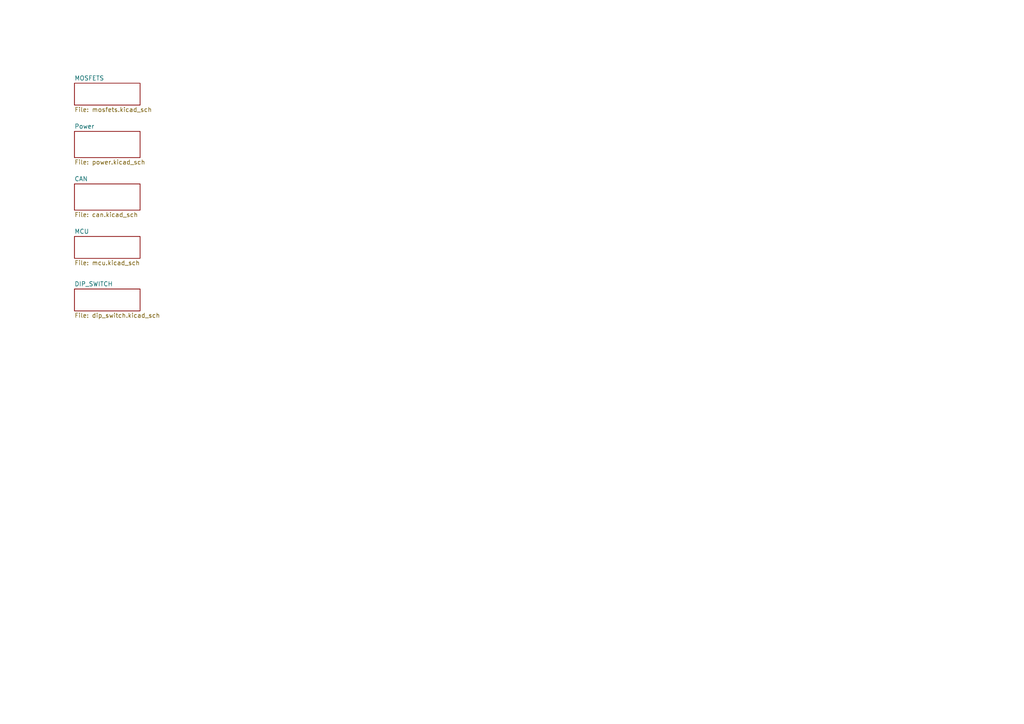
<source format=kicad_sch>
(kicad_sch
	(version 20250114)
	(generator "eeschema")
	(generator_version "9.0")
	(uuid "9406dd09-7ae4-432a-9b34-98425b815f21")
	(paper "A4")
	(lib_symbols)
	(sheet
		(at 21.59 83.82)
		(size 19.05 6.35)
		(exclude_from_sim no)
		(in_bom yes)
		(on_board yes)
		(dnp no)
		(fields_autoplaced yes)
		(stroke
			(width 0.1524)
			(type solid)
		)
		(fill
			(color 0 0 0 0.0000)
		)
		(uuid "0ef3d2c1-5f25-43eb-9b99-590f98c9051f")
		(property "Sheetname" "DIP_SWITCH"
			(at 21.59 83.1084 0)
			(effects
				(font
					(size 1.27 1.27)
				)
				(justify left bottom)
			)
		)
		(property "Sheetfile" "dip_switch.kicad_sch"
			(at 21.59 90.7546 0)
			(effects
				(font
					(size 1.27 1.27)
				)
				(justify left top)
			)
		)
		(instances
			(project "trailer-power-control-system"
				(path "/9406dd09-7ae4-432a-9b34-98425b815f21"
					(page "6")
				)
			)
		)
	)
	(sheet
		(at 21.59 24.13)
		(size 19.05 6.35)
		(exclude_from_sim no)
		(in_bom yes)
		(on_board yes)
		(dnp no)
		(fields_autoplaced yes)
		(stroke
			(width 0.1524)
			(type solid)
		)
		(fill
			(color 0 0 0 0.0000)
		)
		(uuid "235f137b-74ca-4317-80ac-8d1ff62f5cb0")
		(property "Sheetname" "MOSFETS"
			(at 21.59 23.4184 0)
			(effects
				(font
					(size 1.27 1.27)
				)
				(justify left bottom)
			)
		)
		(property "Sheetfile" "mosfets.kicad_sch"
			(at 21.59 31.0646 0)
			(effects
				(font
					(size 1.27 1.27)
				)
				(justify left top)
			)
		)
		(instances
			(project "trailer-power-control-system"
				(path "/9406dd09-7ae4-432a-9b34-98425b815f21"
					(page "5")
				)
			)
		)
	)
	(sheet
		(at 21.59 38.1)
		(size 19.05 7.62)
		(exclude_from_sim no)
		(in_bom yes)
		(on_board yes)
		(dnp no)
		(fields_autoplaced yes)
		(stroke
			(width 0.1524)
			(type solid)
		)
		(fill
			(color 0 0 0 0.0000)
		)
		(uuid "43dc587b-0e9f-4033-b46c-1a97f3087aee")
		(property "Sheetname" "Power"
			(at 21.59 37.3884 0)
			(effects
				(font
					(size 1.27 1.27)
				)
				(justify left bottom)
			)
		)
		(property "Sheetfile" "power.kicad_sch"
			(at 21.59 46.3046 0)
			(effects
				(font
					(size 1.27 1.27)
				)
				(justify left top)
			)
		)
		(instances
			(project "trailer-power-control-system"
				(path "/9406dd09-7ae4-432a-9b34-98425b815f21"
					(page "2")
				)
			)
		)
	)
	(sheet
		(at 21.59 53.34)
		(size 19.05 7.62)
		(exclude_from_sim no)
		(in_bom yes)
		(on_board yes)
		(dnp no)
		(fields_autoplaced yes)
		(stroke
			(width 0.1524)
			(type solid)
		)
		(fill
			(color 0 0 0 0.0000)
		)
		(uuid "742229d2-b52d-4f59-893a-7d0f8dcdfc83")
		(property "Sheetname" "CAN"
			(at 21.59 52.6284 0)
			(effects
				(font
					(size 1.27 1.27)
				)
				(justify left bottom)
			)
		)
		(property "Sheetfile" "can.kicad_sch"
			(at 21.59 61.5446 0)
			(effects
				(font
					(size 1.27 1.27)
				)
				(justify left top)
			)
		)
		(instances
			(project "trailer-power-control-system"
				(path "/9406dd09-7ae4-432a-9b34-98425b815f21"
					(page "3")
				)
			)
		)
	)
	(sheet
		(at 21.59 68.58)
		(size 19.05 6.35)
		(exclude_from_sim no)
		(in_bom yes)
		(on_board yes)
		(dnp no)
		(fields_autoplaced yes)
		(stroke
			(width 0.1524)
			(type solid)
		)
		(fill
			(color 0 0 0 0.0000)
		)
		(uuid "a77fdbb3-2831-42bc-a069-8c09302b568a")
		(property "Sheetname" "MCU"
			(at 21.59 67.8684 0)
			(effects
				(font
					(size 1.27 1.27)
				)
				(justify left bottom)
			)
		)
		(property "Sheetfile" "mcu.kicad_sch"
			(at 21.59 75.5146 0)
			(effects
				(font
					(size 1.27 1.27)
				)
				(justify left top)
			)
		)
		(instances
			(project "trailer-power-control-system"
				(path "/9406dd09-7ae4-432a-9b34-98425b815f21"
					(page "4")
				)
			)
		)
	)
	(sheet_instances
		(path "/"
			(page "1")
		)
	)
	(embedded_fonts no)
)

</source>
